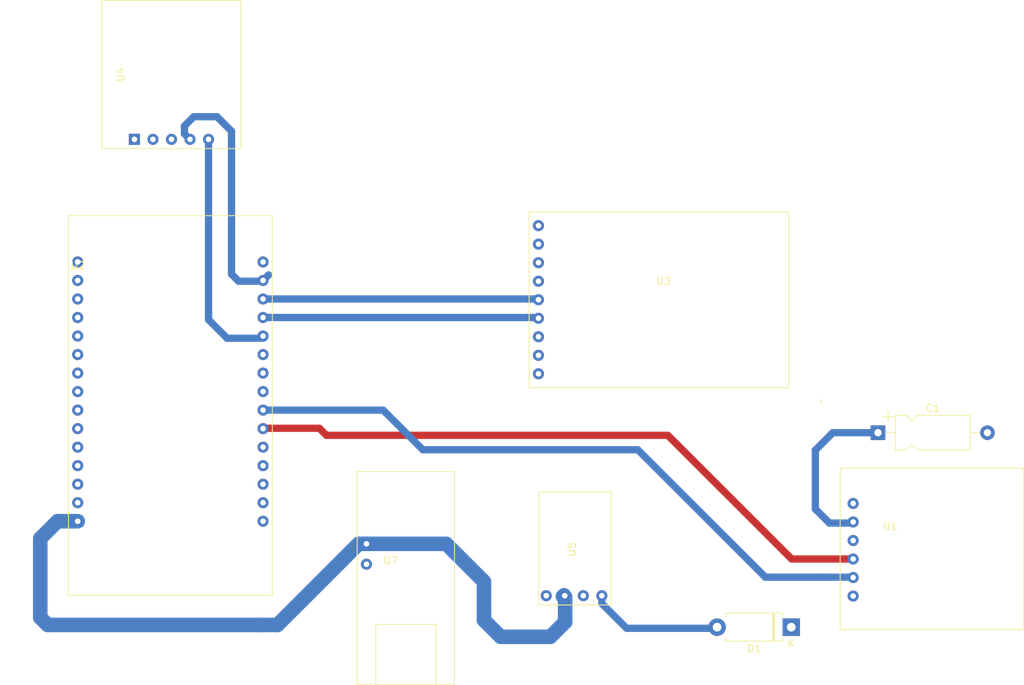
<source format=kicad_pcb>
(kicad_pcb (version 20171130) (host pcbnew "(5.1.4)-1")

  (general
    (thickness 1.6)
    (drawings 0)
    (tracks 57)
    (zones 0)
    (modules 8)
    (nets 41)
  )

  (page A4)
  (layers
    (0 F.Cu signal)
    (31 B.Cu signal)
    (32 B.Adhes user)
    (33 F.Adhes user)
    (34 B.Paste user)
    (35 F.Paste user)
    (36 B.SilkS user)
    (37 F.SilkS user)
    (38 B.Mask user)
    (39 F.Mask user)
    (40 Dwgs.User user)
    (41 Cmts.User user)
    (42 Eco1.User user)
    (43 Eco2.User user)
    (44 Edge.Cuts user)
    (45 Margin user)
    (46 B.CrtYd user)
    (47 F.CrtYd user)
    (48 B.Fab user)
    (49 F.Fab user)
  )

  (setup
    (last_trace_width 1)
    (user_trace_width 1)
    (user_trace_width 2)
    (trace_clearance 0.2)
    (zone_clearance 0.508)
    (zone_45_only no)
    (trace_min 0.2)
    (via_size 0.8)
    (via_drill 0.4)
    (via_min_size 0.4)
    (via_min_drill 0.3)
    (uvia_size 0.3)
    (uvia_drill 0.1)
    (uvias_allowed no)
    (uvia_min_size 0.2)
    (uvia_min_drill 0.1)
    (edge_width 0.05)
    (segment_width 0.2)
    (pcb_text_width 0.3)
    (pcb_text_size 1.5 1.5)
    (mod_edge_width 0.12)
    (mod_text_size 1 1)
    (mod_text_width 0.15)
    (pad_size 1.524 1.524)
    (pad_drill 0.762)
    (pad_to_mask_clearance 0.051)
    (solder_mask_min_width 0.25)
    (aux_axis_origin 0 0)
    (visible_elements 7FFFFFFF)
    (pcbplotparams
      (layerselection 0x010fc_ffffffff)
      (usegerberextensions false)
      (usegerberattributes false)
      (usegerberadvancedattributes false)
      (creategerberjobfile false)
      (excludeedgelayer true)
      (linewidth 0.100000)
      (plotframeref false)
      (viasonmask false)
      (mode 1)
      (useauxorigin false)
      (hpglpennumber 1)
      (hpglpenspeed 20)
      (hpglpendiameter 15.000000)
      (psnegative false)
      (psa4output false)
      (plotreference true)
      (plotvalue true)
      (plotinvisibletext false)
      (padsonsilk false)
      (subtractmaskfromsilk false)
      (outputformat 1)
      (mirror false)
      (drillshape 1)
      (scaleselection 1)
      (outputdirectory ""))
  )

  (net 0 "")
  (net 1 "Net-(U1-Pad1)")
  (net 2 "Net-(C1-Pad1)")
  (net 3 "Net-(U1-Pad3)")
  (net 4 RX0)
  (net 5 TX0)
  (net 6 GND)
  (net 7 "Net-(U3-Pad1)")
  (net 8 "Net-(U3-Pad3)")
  (net 9 "Net-(U3-Pad4)")
  (net 10 "Net-(U3-Pad9)")
  (net 11 3.3V)
  (net 12 "Net-(U5-Pad1)")
  (net 13 VBAT)
  (net 14 "Net-(U2-Pad1)")
  (net 15 "Net-(U2-Pad2)")
  (net 16 "Net-(U2-Pad3)")
  (net 17 "Net-(U2-Pad4)")
  (net 18 "Net-(U2-Pad5)")
  (net 19 "Net-(U2-Pad6)")
  (net 20 "Net-(U2-Pad7)")
  (net 21 "Net-(U2-Pad8)")
  (net 22 "Net-(U2-Pad9)")
  (net 23 "Net-(U2-Pad10)")
  (net 24 "Net-(U2-Pad11)")
  (net 25 "Net-(U2-Pad12)")
  (net 26 "Net-(U2-Pad13)")
  (net 27 "Net-(U2-Pad18)")
  (net 28 "Net-(U2-Pad19)")
  (net 29 RX2)
  (net 30 TX2)
  (net 31 "Net-(U2-Pad23)")
  (net 32 "Net-(U2-Pad24)")
  (net 33 "Net-(U2-Pad25)")
  (net 34 SDA)
  (net 35 "Net-(U2-Pad14)")
  (net 36 SCL)
  (net 37 "Net-(U2-Pad30)")
  (net 38 "Net-(D1-Pad2)")
  (net 39 EN_GPS)
  (net 40 3V3)

  (net_class Default "Ceci est la Netclass par défaut."
    (clearance 0.2)
    (trace_width 0.25)
    (via_dia 0.8)
    (via_drill 0.4)
    (uvia_dia 0.3)
    (uvia_drill 0.1)
    (add_net 3.3V)
    (add_net 3V3)
    (add_net EN_GPS)
    (add_net GND)
    (add_net "Net-(C1-Pad1)")
    (add_net "Net-(D1-Pad2)")
    (add_net "Net-(U1-Pad1)")
    (add_net "Net-(U1-Pad3)")
    (add_net "Net-(U2-Pad1)")
    (add_net "Net-(U2-Pad10)")
    (add_net "Net-(U2-Pad11)")
    (add_net "Net-(U2-Pad12)")
    (add_net "Net-(U2-Pad13)")
    (add_net "Net-(U2-Pad14)")
    (add_net "Net-(U2-Pad18)")
    (add_net "Net-(U2-Pad19)")
    (add_net "Net-(U2-Pad2)")
    (add_net "Net-(U2-Pad23)")
    (add_net "Net-(U2-Pad24)")
    (add_net "Net-(U2-Pad25)")
    (add_net "Net-(U2-Pad3)")
    (add_net "Net-(U2-Pad30)")
    (add_net "Net-(U2-Pad4)")
    (add_net "Net-(U2-Pad5)")
    (add_net "Net-(U2-Pad6)")
    (add_net "Net-(U2-Pad7)")
    (add_net "Net-(U2-Pad8)")
    (add_net "Net-(U2-Pad9)")
    (add_net "Net-(U3-Pad1)")
    (add_net "Net-(U3-Pad3)")
    (add_net "Net-(U3-Pad4)")
    (add_net "Net-(U3-Pad9)")
    (add_net "Net-(U5-Pad1)")
    (add_net RX0)
    (add_net RX2)
    (add_net SCL)
    (add_net SDA)
    (add_net TX0)
    (add_net TX2)
    (add_net VBAT)
  )

  (module track_chip:SIM800L (layer F.Cu) (tedit 60213244) (tstamp 6022A968)
    (at 211.074 111.3536)
    (path /60218FF3)
    (fp_text reference U1 (at 5.08 3.175) (layer F.SilkS)
      (effects (font (size 1 1) (thickness 0.15)))
    )
    (fp_text value SIM800L (at 5.08 -1.905) (layer F.Fab)
      (effects (font (size 1 1) (thickness 0.15)))
    )
    (fp_line (start -1.778 17.272) (end -1.778 -4.826) (layer F.SilkS) (width 0.12))
    (fp_line (start -1.778 -4.826) (end 23.368 -4.826) (layer F.SilkS) (width 0.12))
    (fp_line (start 23.368 -4.826) (end 23.368 17.272) (layer F.SilkS) (width 0.12))
    (fp_line (start 23.368 17.272) (end -1.778 17.272) (layer F.SilkS) (width 0.12))
    (pad 1 thru_hole circle (at 0 0) (size 1.524 1.524) (drill 0.762) (layers *.Cu *.Mask)
      (net 1 "Net-(U1-Pad1)"))
    (pad 2 thru_hole circle (at 0 2.54) (size 1.524 1.524) (drill 0.762) (layers *.Cu *.Mask)
      (net 2 "Net-(C1-Pad1)"))
    (pad 3 thru_hole circle (at 0 5.08) (size 1.524 1.524) (drill 0.762) (layers *.Cu *.Mask)
      (net 3 "Net-(U1-Pad3)"))
    (pad 4 thru_hole circle (at 0 7.62) (size 1.524 1.524) (drill 0.762) (layers *.Cu *.Mask)
      (net 29 RX2))
    (pad 5 thru_hole circle (at 0 10.16) (size 1.524 1.524) (drill 0.762) (layers *.Cu *.Mask)
      (net 30 TX2))
    (pad 6 thru_hole circle (at 0 12.7) (size 1.524 1.524) (drill 0.762) (layers *.Cu *.Mask)
      (net 6 GND))
  )

  (module track_chip:esp32 (layer F.Cu) (tedit 6021140E) (tstamp 6021A644)
    (at 104.8004 78.232)
    (path /6021AB3C)
    (fp_text reference U2 (at 0 0.5) (layer F.SilkS)
      (effects (font (size 1 1) (thickness 0.15)))
    )
    (fp_text value esp32_NodeMCU-track_chip (at 0 -0.5) (layer F.Fab)
      (effects (font (size 1 1) (thickness 0.15)))
    )
    (fp_line (start -1.27 -6.35) (end 26.67 -6.35) (layer F.SilkS) (width 0.12))
    (fp_line (start -1.27 -6.35) (end -1.27 35.56) (layer F.SilkS) (width 0.12))
    (fp_line (start 26.67 -6.35) (end 26.67 35.56) (layer F.SilkS) (width 0.12))
    (fp_line (start 26.67 35.56) (end 26.67 45.72) (layer F.SilkS) (width 0.12))
    (fp_line (start 26.67 45.72) (end -1.27 45.72) (layer F.SilkS) (width 0.12))
    (fp_line (start -1.27 45.72) (end -1.27 35.56) (layer F.SilkS) (width 0.12))
    (pad 1 thru_hole circle (at 0 0) (size 1.524 1.524) (drill 0.762) (layers *.Cu *.Mask)
      (net 14 "Net-(U2-Pad1)"))
    (pad 2 thru_hole circle (at 0 2.54) (size 1.524 1.524) (drill 0.762) (layers *.Cu *.Mask)
      (net 15 "Net-(U2-Pad2)"))
    (pad 3 thru_hole circle (at 0 5.08) (size 1.524 1.524) (drill 0.762) (layers *.Cu *.Mask)
      (net 16 "Net-(U2-Pad3)"))
    (pad 4 thru_hole circle (at 0 7.62) (size 1.524 1.524) (drill 0.762) (layers *.Cu *.Mask)
      (net 17 "Net-(U2-Pad4)"))
    (pad 5 thru_hole circle (at 0 10.16) (size 1.524 1.524) (drill 0.762) (layers *.Cu *.Mask)
      (net 18 "Net-(U2-Pad5)"))
    (pad 6 thru_hole circle (at 0 12.7) (size 1.524 1.524) (drill 0.762) (layers *.Cu *.Mask)
      (net 19 "Net-(U2-Pad6)"))
    (pad 7 thru_hole circle (at 0 15.24) (size 1.524 1.524) (drill 0.762) (layers *.Cu *.Mask)
      (net 20 "Net-(U2-Pad7)"))
    (pad 8 thru_hole circle (at 0 17.78) (size 1.524 1.524) (drill 0.762) (layers *.Cu *.Mask)
      (net 21 "Net-(U2-Pad8)"))
    (pad 9 thru_hole circle (at 0 20.32) (size 1.524 1.524) (drill 0.762) (layers *.Cu *.Mask)
      (net 22 "Net-(U2-Pad9)"))
    (pad 10 thru_hole circle (at 0 22.86) (size 1.524 1.524) (drill 0.762) (layers *.Cu *.Mask)
      (net 23 "Net-(U2-Pad10)"))
    (pad 11 thru_hole circle (at 0 25.4) (size 1.524 1.524) (drill 0.762) (layers *.Cu *.Mask)
      (net 24 "Net-(U2-Pad11)"))
    (pad 12 thru_hole circle (at 0 27.94) (size 1.524 1.524) (drill 0.762) (layers *.Cu *.Mask)
      (net 25 "Net-(U2-Pad12)"))
    (pad 13 thru_hole circle (at 0 30.48) (size 1.524 1.524) (drill 0.762) (layers *.Cu *.Mask)
      (net 26 "Net-(U2-Pad13)"))
    (pad 15 thru_hole rect (at 0 35.56) (size 1.524 1.524) (drill 0.762) (layers *.Cu *.Mask)
      (net 13 VBAT))
    (pad 16 thru_hole circle (at 25.4 35.56) (size 1.524 1.524) (drill 0.762) (layers *.Cu *.Mask)
      (net 40 3V3))
    (pad 17 thru_hole circle (at 25.4 33.02) (size 1.524 1.524) (drill 0.762) (layers *.Cu *.Mask)
      (net 6 GND))
    (pad 18 thru_hole circle (at 25.4 30.48) (size 1.524 1.524) (drill 0.762) (layers *.Cu *.Mask)
      (net 27 "Net-(U2-Pad18)"))
    (pad 19 thru_hole circle (at 25.4 27.94) (size 1.524 1.524) (drill 0.762) (layers *.Cu *.Mask)
      (net 28 "Net-(U2-Pad19)"))
    (pad 20 thru_hole circle (at 25.4 25.4) (size 1.524 1.524) (drill 0.762) (layers *.Cu *.Mask)
      (net 39 EN_GPS))
    (pad 21 thru_hole circle (at 25.4 22.86) (size 1.524 1.524) (drill 0.762) (layers *.Cu *.Mask)
      (net 29 RX2))
    (pad 22 thru_hole circle (at 25.4 20.32) (size 1.524 1.524) (drill 0.762) (layers *.Cu *.Mask)
      (net 30 TX2))
    (pad 23 thru_hole circle (at 25.4 17.78) (size 1.524 1.524) (drill 0.762) (layers *.Cu *.Mask)
      (net 31 "Net-(U2-Pad23)"))
    (pad 24 thru_hole circle (at 25.4 15.24) (size 1.524 1.524) (drill 0.762) (layers *.Cu *.Mask)
      (net 32 "Net-(U2-Pad24)"))
    (pad 25 thru_hole circle (at 25.4 12.7) (size 1.524 1.524) (drill 0.762) (layers *.Cu *.Mask)
      (net 33 "Net-(U2-Pad25)"))
    (pad 26 thru_hole circle (at 25.4 10.16) (size 1.524 1.524) (drill 0.762) (layers *.Cu *.Mask)
      (net 34 SDA))
    (pad 27 thru_hole circle (at 25.4 7.62) (size 1.524 1.524) (drill 0.762) (layers *.Cu *.Mask)
      (net 4 RX0))
    (pad 28 thru_hole circle (at 25.4 5.08) (size 1.524 1.524) (drill 0.762) (layers *.Cu *.Mask)
      (net 5 TX0))
    (pad 14 thru_hole circle (at 0 33.02) (size 1.524 1.524) (drill 0.762) (layers *.Cu *.Mask)
      (net 35 "Net-(U2-Pad14)"))
    (pad 29 thru_hole circle (at 25.4 2.54) (size 1.524 1.524) (drill 0.762) (layers *.Cu *.Mask)
      (net 36 SCL))
    (pad 30 thru_hole circle (at 25.4 0) (size 1.524 1.524) (drill 0.762) (layers *.Cu *.Mask)
      (net 37 "Net-(U2-Pad30)"))
  )

  (module track_chip:GPS_PA6H (layer F.Cu) (tedit 60211D6D) (tstamp 6022AB6E)
    (at 167.9448 73.2536)
    (path /60213494)
    (fp_text reference U3 (at 17.145 7.62) (layer F.SilkS)
      (effects (font (size 1 1) (thickness 0.15)))
    )
    (fp_text value GPS_PA6H (at 17.145 3.81) (layer F.Fab)
      (effects (font (size 1 1) (thickness 0.15)))
    )
    (fp_line (start -1.27 -1.905) (end 34.29 -1.905) (layer F.SilkS) (width 0.12))
    (fp_line (start 34.29 -1.27) (end 34.29 20.955) (layer F.SilkS) (width 0.12))
    (fp_line (start -1.27 22.225) (end 34.29 22.225) (layer F.SilkS) (width 0.12))
    (fp_line (start 38.735 24.4475) (end 38.735 23.8125) (layer F.SilkS) (width 0.12))
    (fp_line (start -1.27 -0.635) (end -1.27 22.225) (layer F.SilkS) (width 0.12))
    (fp_line (start 34.29 -1.905) (end 34.29 -1.27) (layer F.SilkS) (width 0.12))
    (fp_line (start 34.29 22.225) (end 34.29 20.955) (layer F.SilkS) (width 0.12))
    (fp_line (start -1.27 -0.635) (end -1.27 -1.905) (layer F.SilkS) (width 0.12))
    (pad 1 thru_hole circle (at 0 0) (size 1.524 1.524) (drill 0.762) (layers *.Cu *.Mask)
      (net 7 "Net-(U3-Pad1)"))
    (pad 2 thru_hole circle (at 0 2.54) (size 1.524 1.524) (drill 0.762) (layers *.Cu *.Mask)
      (net 39 EN_GPS))
    (pad 3 thru_hole circle (at 0 5.08) (size 1.524 1.524) (drill 0.762) (layers *.Cu *.Mask)
      (net 8 "Net-(U3-Pad3)"))
    (pad 4 thru_hole circle (at 0 7.62) (size 1.524 1.524) (drill 0.762) (layers *.Cu *.Mask)
      (net 9 "Net-(U3-Pad4)"))
    (pad 5 thru_hole circle (at 0 10.16) (size 1.524 1.524) (drill 0.762) (layers *.Cu *.Mask)
      (net 5 TX0))
    (pad 6 thru_hole circle (at 0 12.7) (size 1.524 1.524) (drill 0.762) (layers *.Cu *.Mask)
      (net 4 RX0))
    (pad 7 thru_hole circle (at 0 15.24) (size 1.524 1.524) (drill 0.762) (layers *.Cu *.Mask)
      (net 6 GND))
    (pad 8 thru_hole circle (at 0 17.78) (size 1.524 1.524) (drill 0.762) (layers *.Cu *.Mask)
      (net 11 3.3V))
    (pad 9 thru_hole circle (at 0 20.32) (size 1.524 1.524) (drill 0.762) (layers *.Cu *.Mask)
      (net 10 "Net-(U3-Pad9)"))
  )

  (module track_chip:bmp180 (layer F.Cu) (tedit 60210CF6) (tstamp 6021A668)
    (at 112.5728 61.4172 90)
    (path /6021BEE0)
    (fp_text reference U4 (at 8.89 -1.905 90) (layer F.SilkS)
      (effects (font (size 1 1) (thickness 0.15)))
    )
    (fp_text value bmp180-track_chip (at 8.255 0 90) (layer F.Fab)
      (effects (font (size 1 1) (thickness 0.15)))
    )
    (fp_line (start -1.27 10.16) (end -1.27 14.605) (layer F.SilkS) (width 0.12))
    (fp_line (start -1.27 14.605) (end 19.05 14.605) (layer F.SilkS) (width 0.12))
    (fp_line (start 19.05 14.605) (end 19.05 0) (layer F.SilkS) (width 0.12))
    (fp_line (start 19.05 0) (end 19.05 -4.445) (layer F.SilkS) (width 0.12))
    (fp_line (start 19.05 -4.445) (end -1.27 -4.445) (layer F.SilkS) (width 0.12))
    (fp_line (start -1.27 -4.445) (end -1.27 10.16) (layer F.SilkS) (width 0.12))
    (pad 1 thru_hole rect (at 0 0 90) (size 1.524 1.524) (drill 0.762) (layers *.Cu *.Mask)
      (net 11 3.3V))
    (pad 2 thru_hole circle (at 0 2.54 90) (size 1.524 1.524) (drill 0.762) (layers *.Cu *.Mask)
      (net 11 3.3V))
    (pad 3 thru_hole circle (at 0 5.08 90) (size 1.524 1.524) (drill 0.762) (layers *.Cu *.Mask)
      (net 6 GND))
    (pad 4 thru_hole circle (at 0 7.62 90) (size 1.524 1.524) (drill 0.762) (layers *.Cu *.Mask)
      (net 36 SCL))
    (pad 5 thru_hole circle (at 0 10.16 90) (size 1.524 1.524) (drill 0.762) (layers *.Cu *.Mask)
      (net 34 SDA))
  )

  (module track_chip:polulu (layer F.Cu) (tedit 60213B94) (tstamp 6022AFD0)
    (at 169.0116 124.0028 90)
    (path /6021A9B1)
    (fp_text reference U5 (at 6.35 3.556 90) (layer F.SilkS)
      (effects (font (size 1 1) (thickness 0.15)))
    )
    (fp_text value polulu (at 6.35 -2.286 90) (layer F.Fab)
      (effects (font (size 1 1) (thickness 0.15)))
    )
    (fp_line (start -1.016 -1.016) (end 14.224 -1.016) (layer F.SilkS) (width 0.12))
    (fp_line (start 14.224 -1.016) (end 14.224 8.89) (layer F.SilkS) (width 0.12))
    (fp_line (start 14.224 8.89) (end -1.27 8.89) (layer F.SilkS) (width 0.12))
    (fp_line (start -1.27 8.89) (end -1.27 -1.016) (layer F.SilkS) (width 0.12))
    (fp_line (start -1.27 -1.016) (end -1.016 -1.016) (layer F.SilkS) (width 0.12))
    (pad 1 thru_hole circle (at 0 0 90) (size 1.524 1.524) (drill 0.762) (layers *.Cu *.Mask)
      (net 12 "Net-(U5-Pad1)"))
    (pad 2 thru_hole circle (at 0 2.54 90) (size 1.524 1.524) (drill 0.762) (layers *.Cu *.Mask)
      (net 13 VBAT))
    (pad 3 thru_hole circle (at 0 5.08 90) (size 1.524 1.524) (drill 0.762) (layers *.Cu *.Mask)
      (net 6 GND))
    (pad 4 thru_hole circle (at 0 7.62 90) (size 1.524 1.524) (drill 0.762) (layers *.Cu *.Mask)
      (net 38 "Net-(D1-Pad2)"))
  )

  (module track_chip:charger_mr010 (layer F.Cu) (tedit 60215261) (tstamp 6022B153)
    (at 144.3736 117.1448)
    (path /60216DFB)
    (fp_text reference U7 (at 3.302 2.032) (layer F.SilkS)
      (effects (font (size 1 1) (thickness 0.15)))
    )
    (fp_text value charger_mr010 (at 0 -2.032) (layer F.Fab)
      (effects (font (size 1 1) (thickness 0.15)))
    )
    (fp_line (start -1.27 0) (end -1.27 -10.16) (layer F.SilkS) (width 0.12))
    (fp_line (start -1.27 -10.16) (end 12.065 -10.16) (layer F.SilkS) (width 0.12))
    (fp_line (start 12.065 -10.16) (end 12.065 0) (layer F.SilkS) (width 0.12))
    (fp_line (start -1.27 0) (end -1.27 19.05) (layer F.SilkS) (width 0.12))
    (fp_line (start -1.27 19.05) (end 12.065 19.05) (layer F.SilkS) (width 0.12))
    (fp_line (start 12.065 19.05) (end 12.065 0) (layer F.SilkS) (width 0.12))
    (fp_line (start 1.905 10.795) (end 9.525 10.795) (layer F.SilkS) (width 0.12))
    (fp_line (start 9.525 10.795) (end 9.525 19.05) (layer F.SilkS) (width 0.12))
    (fp_line (start 1.27 10.795) (end 1.905 10.795) (layer F.SilkS) (width 0.12))
    (fp_line (start 1.27 10.795) (end 1.27 19.05) (layer F.SilkS) (width 0.12))
    (pad 1 thru_hole circle (at 0 -0.254) (size 1.524 1.524) (drill 0.762) (layers *.Cu *.Mask)
      (net 13 VBAT))
    (pad 2 thru_hole circle (at 0 2.54) (size 1.524 1.524) (drill 0.762) (layers *.Cu *.Mask)
      (net 6 GND))
  )

  (module Capacitor_THT:CP_Axial_L10.0mm_D4.5mm_P15.00mm_Horizontal (layer F.Cu) (tedit 5AE50EF2) (tstamp 6021AA9D)
    (at 214.4776 101.6508)
    (descr "CP, Axial series, Axial, Horizontal, pin pitch=15mm, , length*diameter=10*4.5mm^2, Electrolytic Capacitor, , http://www.vishay.com/docs/28325/021asm.pdf")
    (tags "CP Axial series Axial Horizontal pin pitch 15mm  length 10mm diameter 4.5mm Electrolytic Capacitor")
    (path /6021E3B7)
    (fp_text reference C1 (at 7.5 -3.37) (layer F.SilkS)
      (effects (font (size 1 1) (thickness 0.15)))
    )
    (fp_text value 100u (at 7.5 3.37) (layer F.Fab)
      (effects (font (size 1 1) (thickness 0.15)))
    )
    (fp_line (start 2.5 -2.25) (end 2.5 2.25) (layer F.Fab) (width 0.1))
    (fp_line (start 12.5 -2.25) (end 12.5 2.25) (layer F.Fab) (width 0.1))
    (fp_line (start 2.5 -2.25) (end 3.88 -2.25) (layer F.Fab) (width 0.1))
    (fp_line (start 3.88 -2.25) (end 4.63 -1.5) (layer F.Fab) (width 0.1))
    (fp_line (start 4.63 -1.5) (end 5.38 -2.25) (layer F.Fab) (width 0.1))
    (fp_line (start 5.38 -2.25) (end 12.5 -2.25) (layer F.Fab) (width 0.1))
    (fp_line (start 2.5 2.25) (end 3.88 2.25) (layer F.Fab) (width 0.1))
    (fp_line (start 3.88 2.25) (end 4.63 1.5) (layer F.Fab) (width 0.1))
    (fp_line (start 4.63 1.5) (end 5.38 2.25) (layer F.Fab) (width 0.1))
    (fp_line (start 5.38 2.25) (end 12.5 2.25) (layer F.Fab) (width 0.1))
    (fp_line (start 0 0) (end 2.5 0) (layer F.Fab) (width 0.1))
    (fp_line (start 15 0) (end 12.5 0) (layer F.Fab) (width 0.1))
    (fp_line (start 3.9 0) (end 5.4 0) (layer F.Fab) (width 0.1))
    (fp_line (start 4.65 -0.75) (end 4.65 0.75) (layer F.Fab) (width 0.1))
    (fp_line (start 0.63 -2.2) (end 2.13 -2.2) (layer F.SilkS) (width 0.12))
    (fp_line (start 1.38 -2.95) (end 1.38 -1.45) (layer F.SilkS) (width 0.12))
    (fp_line (start 2.38 -2.37) (end 2.38 2.37) (layer F.SilkS) (width 0.12))
    (fp_line (start 12.62 -2.37) (end 12.62 2.37) (layer F.SilkS) (width 0.12))
    (fp_line (start 2.38 -2.37) (end 3.88 -2.37) (layer F.SilkS) (width 0.12))
    (fp_line (start 3.88 -2.37) (end 4.63 -1.62) (layer F.SilkS) (width 0.12))
    (fp_line (start 4.63 -1.62) (end 5.38 -2.37) (layer F.SilkS) (width 0.12))
    (fp_line (start 5.38 -2.37) (end 12.62 -2.37) (layer F.SilkS) (width 0.12))
    (fp_line (start 2.38 2.37) (end 3.88 2.37) (layer F.SilkS) (width 0.12))
    (fp_line (start 3.88 2.37) (end 4.63 1.62) (layer F.SilkS) (width 0.12))
    (fp_line (start 4.63 1.62) (end 5.38 2.37) (layer F.SilkS) (width 0.12))
    (fp_line (start 5.38 2.37) (end 12.62 2.37) (layer F.SilkS) (width 0.12))
    (fp_line (start 1.24 0) (end 2.38 0) (layer F.SilkS) (width 0.12))
    (fp_line (start 13.76 0) (end 12.62 0) (layer F.SilkS) (width 0.12))
    (fp_line (start -1.25 -2.5) (end -1.25 2.5) (layer F.CrtYd) (width 0.05))
    (fp_line (start -1.25 2.5) (end 16.25 2.5) (layer F.CrtYd) (width 0.05))
    (fp_line (start 16.25 2.5) (end 16.25 -2.5) (layer F.CrtYd) (width 0.05))
    (fp_line (start 16.25 -2.5) (end -1.25 -2.5) (layer F.CrtYd) (width 0.05))
    (fp_text user %R (at 7.5 0) (layer F.Fab)
      (effects (font (size 1 1) (thickness 0.15)))
    )
    (pad 1 thru_hole rect (at 0 0) (size 2 2) (drill 1) (layers *.Cu *.Mask)
      (net 2 "Net-(C1-Pad1)"))
    (pad 2 thru_hole oval (at 15 0) (size 2 2) (drill 1) (layers *.Cu *.Mask)
      (net 6 GND))
    (model ${KISYS3DMOD}/Capacitor_THT.3dshapes/CP_Axial_L10.0mm_D4.5mm_P15.00mm_Horizontal.wrl
      (at (xyz 0 0 0))
      (scale (xyz 1 1 1))
      (rotate (xyz 0 0 0))
    )
  )

  (module Diode_THT:D_DO-15_P10.16mm_Horizontal (layer F.Cu) (tedit 5AE50CD5) (tstamp 6022B2A4)
    (at 202.5904 128.3208 180)
    (descr "Diode, DO-15 series, Axial, Horizontal, pin pitch=10.16mm, , length*diameter=7.6*3.6mm^2, , http://www.diodes.com/_files/packages/DO-15.pdf")
    (tags "Diode DO-15 series Axial Horizontal pin pitch 10.16mm  length 7.6mm diameter 3.6mm")
    (path /6021D78B)
    (fp_text reference D1 (at 5.08 -2.92) (layer F.SilkS)
      (effects (font (size 1 1) (thickness 0.15)))
    )
    (fp_text value 0.8V (at 5.08 2.92) (layer F.Fab)
      (effects (font (size 1 1) (thickness 0.15)))
    )
    (fp_line (start 1.28 -1.8) (end 1.28 1.8) (layer F.Fab) (width 0.1))
    (fp_line (start 1.28 1.8) (end 8.88 1.8) (layer F.Fab) (width 0.1))
    (fp_line (start 8.88 1.8) (end 8.88 -1.8) (layer F.Fab) (width 0.1))
    (fp_line (start 8.88 -1.8) (end 1.28 -1.8) (layer F.Fab) (width 0.1))
    (fp_line (start 0 0) (end 1.28 0) (layer F.Fab) (width 0.1))
    (fp_line (start 10.16 0) (end 8.88 0) (layer F.Fab) (width 0.1))
    (fp_line (start 2.42 -1.8) (end 2.42 1.8) (layer F.Fab) (width 0.1))
    (fp_line (start 2.52 -1.8) (end 2.52 1.8) (layer F.Fab) (width 0.1))
    (fp_line (start 2.32 -1.8) (end 2.32 1.8) (layer F.Fab) (width 0.1))
    (fp_line (start 1.16 -1.44) (end 1.16 -1.92) (layer F.SilkS) (width 0.12))
    (fp_line (start 1.16 -1.92) (end 9 -1.92) (layer F.SilkS) (width 0.12))
    (fp_line (start 9 -1.92) (end 9 -1.44) (layer F.SilkS) (width 0.12))
    (fp_line (start 1.16 1.44) (end 1.16 1.92) (layer F.SilkS) (width 0.12))
    (fp_line (start 1.16 1.92) (end 9 1.92) (layer F.SilkS) (width 0.12))
    (fp_line (start 9 1.92) (end 9 1.44) (layer F.SilkS) (width 0.12))
    (fp_line (start 2.42 -1.92) (end 2.42 1.92) (layer F.SilkS) (width 0.12))
    (fp_line (start 2.54 -1.92) (end 2.54 1.92) (layer F.SilkS) (width 0.12))
    (fp_line (start 2.3 -1.92) (end 2.3 1.92) (layer F.SilkS) (width 0.12))
    (fp_line (start -1.45 -2.05) (end -1.45 2.05) (layer F.CrtYd) (width 0.05))
    (fp_line (start -1.45 2.05) (end 11.61 2.05) (layer F.CrtYd) (width 0.05))
    (fp_line (start 11.61 2.05) (end 11.61 -2.05) (layer F.CrtYd) (width 0.05))
    (fp_line (start 11.61 -2.05) (end -1.45 -2.05) (layer F.CrtYd) (width 0.05))
    (fp_text user %R (at 5.65 0 180) (layer F.Fab)
      (effects (font (size 1 1) (thickness 0.15)))
    )
    (fp_text user K (at 0 -2.2) (layer F.Fab)
      (effects (font (size 1 1) (thickness 0.15)))
    )
    (fp_text user K (at 0 -2.2) (layer F.SilkS)
      (effects (font (size 1 1) (thickness 0.15)))
    )
    (pad 1 thru_hole rect (at 0 0 180) (size 2.4 2.4) (drill 1.2) (layers *.Cu *.Mask)
      (net 2 "Net-(C1-Pad1)"))
    (pad 2 thru_hole oval (at 10.16 0 180) (size 2.4 2.4) (drill 1.2) (layers *.Cu *.Mask)
      (net 38 "Net-(D1-Pad2)"))
    (model ${KISYS3DMOD}/Diode_THT.3dshapes/D_DO-15_P10.16mm_Horizontal.wrl
      (at (xyz 0 0 0))
      (scale (xyz 1 1 1))
      (rotate (xyz 0 0 0))
    )
  )

  (segment (start 214.4776 101.6508) (end 212.4776 101.6508) (width 1) (layer B.Cu) (net 2))
  (segment (start 212.4776 101.6508) (end 208.28 101.6508) (width 1) (layer B.Cu) (net 2))
  (segment (start 208.28 101.6508) (end 205.8924 104.0384) (width 1) (layer B.Cu) (net 2))
  (segment (start 205.8924 104.0384) (end 205.8924 112.1156) (width 1) (layer B.Cu) (net 2))
  (segment (start 205.8924 112.1156) (end 207.8228 114.046) (width 1) (layer B.Cu) (net 2))
  (segment (start 207.8228 114.046) (end 211.0232 114.046) (width 1) (layer B.Cu) (net 2))
  (segment (start 130.2004 85.852) (end 167.6908 85.852) (width 1) (layer B.Cu) (net 4))
  (segment (start 130.2004 83.312) (end 167.64 83.312) (width 1) (layer B.Cu) (net 5))
  (segment (start 229.6668 101.6) (end 229.5144 101.4476) (width 1) (layer B.Cu) (net 6))
  (segment (start 229.5144 101.4476) (end 229.5144 101.7524) (width 1) (layer B.Cu) (net 6))
  (segment (start 102.0384 113.792) (end 99.6696 116.1608) (width 2) (layer B.Cu) (net 13))
  (segment (start 104.8004 113.792) (end 102.0384 113.792) (width 2) (layer B.Cu) (net 13))
  (segment (start 99.6696 116.1608) (end 99.6696 124.6632) (width 2) (layer B.Cu) (net 13))
  (segment (start 99.6696 124.6632) (end 99.6696 127) (width 2) (layer B.Cu) (net 13))
  (segment (start 99.6696 127) (end 100.6856 128.016) (width 2) (layer B.Cu) (net 13))
  (segment (start 171.2976 124.1044) (end 171.45 123.952) (width 2) (layer B.Cu) (net 13))
  (segment (start 132.17077 128.016) (end 129.794 128.016) (width 2) (layer B.Cu) (net 13))
  (segment (start 143.29597 116.8908) (end 132.17077 128.016) (width 2) (layer B.Cu) (net 13))
  (segment (start 144.3736 116.8908) (end 143.29597 116.8908) (width 2) (layer B.Cu) (net 13))
  (segment (start 100.6856 128.016) (end 129.794 128.016) (width 2) (layer B.Cu) (net 13))
  (segment (start 144.3736 116.8908) (end 155.2956 116.8908) (width 2) (layer B.Cu) (net 13))
  (segment (start 155.2956 116.8908) (end 160.4772 122.0724) (width 2) (layer B.Cu) (net 13))
  (segment (start 160.4772 122.0724) (end 160.4772 127.3556) (width 2) (layer B.Cu) (net 13))
  (segment (start 160.4772 127.3556) (end 162.7632 129.6416) (width 2) (layer B.Cu) (net 13))
  (segment (start 162.7632 129.6416) (end 169.5704 129.6416) (width 2) (layer B.Cu) (net 13))
  (segment (start 169.5704 129.6416) (end 171.6024 127.6096) (width 2) (layer B.Cu) (net 13))
  (segment (start 171.6024 127.6096) (end 171.6024 124.4092) (width 2) (layer B.Cu) (net 13))
  (segment (start 171.6024 124.4092) (end 171.6024 124.5616) (width 2) (layer B.Cu) (net 13))
  (segment (start 171.6024 124.5616) (end 171.6024 124.714) (width 2) (layer B.Cu) (net 13))
  (segment (start 171.6024 124.5616) (end 171.6024 124.206) (width 2) (layer B.Cu) (net 13))
  (segment (start 171.6024 124.206) (end 171.45 124.0536) (width 2) (layer B.Cu) (net 13))
  (segment (start 211.074 118.9736) (end 202.6412 118.9736) (width 1) (layer F.Cu) (net 29))
  (segment (start 202.6412 118.9736) (end 185.674 102.0064) (width 1) (layer F.Cu) (net 29))
  (segment (start 185.674 102.0064) (end 138.8872 102.0064) (width 1) (layer F.Cu) (net 29))
  (segment (start 138.8872 102.0064) (end 137.922 101.0412) (width 1) (layer F.Cu) (net 29))
  (segment (start 137.922 101.0412) (end 130.3528 101.0412) (width 1) (layer F.Cu) (net 29))
  (segment (start 206.9592 121.4628) (end 211.0232 121.4628) (width 1) (layer B.Cu) (net 30))
  (segment (start 199.0344 121.4628) (end 206.9592 121.4628) (width 1) (layer B.Cu) (net 30))
  (segment (start 181.5592 103.9876) (end 199.0344 121.4628) (width 1) (layer B.Cu) (net 30))
  (segment (start 152.0952 103.9876) (end 181.5592 103.9876) (width 1) (layer B.Cu) (net 30))
  (segment (start 130.2004 98.552) (end 146.6596 98.552) (width 1) (layer B.Cu) (net 30))
  (segment (start 146.6596 98.552) (end 152.0952 103.9876) (width 1) (layer B.Cu) (net 30))
  (segment (start 122.7328 61.4172) (end 122.7328 86.1568) (width 1) (layer B.Cu) (net 34))
  (segment (start 122.7328 86.1568) (end 125.2728 88.6968) (width 1) (layer B.Cu) (net 34))
  (segment (start 125.2728 88.6968) (end 130.2512 88.6968) (width 1) (layer B.Cu) (net 34))
  (segment (start 130.2004 80.772) (end 130.962399 80.010001) (width 1) (layer B.Cu) (net 36))
  (segment (start 119.430801 60.655201) (end 119.430801 59.588399) (width 1) (layer B.Cu) (net 36))
  (segment (start 120.1928 61.4172) (end 119.430801 60.655201) (width 1) (layer B.Cu) (net 36))
  (segment (start 119.430801 59.588399) (end 120.7008 58.3184) (width 1) (layer B.Cu) (net 36))
  (segment (start 120.7008 58.3184) (end 123.9012 58.3184) (width 1) (layer B.Cu) (net 36))
  (segment (start 123.9012 58.3184) (end 125.8824 60.2996) (width 1) (layer B.Cu) (net 36))
  (segment (start 125.8824 60.2996) (end 125.8824 79.9084) (width 1) (layer B.Cu) (net 36))
  (segment (start 125.8824 79.9084) (end 126.8476 80.8736) (width 1) (layer B.Cu) (net 36))
  (segment (start 126.8476 80.8736) (end 129.8956 80.8736) (width 1) (layer B.Cu) (net 36))
  (segment (start 176.6316 125.08043) (end 180.02437 128.4732) (width 1) (layer B.Cu) (net 38))
  (segment (start 176.6316 124.0028) (end 176.6316 125.08043) (width 1) (layer B.Cu) (net 38))
  (segment (start 180.02437 128.4732) (end 192.6336 128.4732) (width 1) (layer B.Cu) (net 38))

)

</source>
